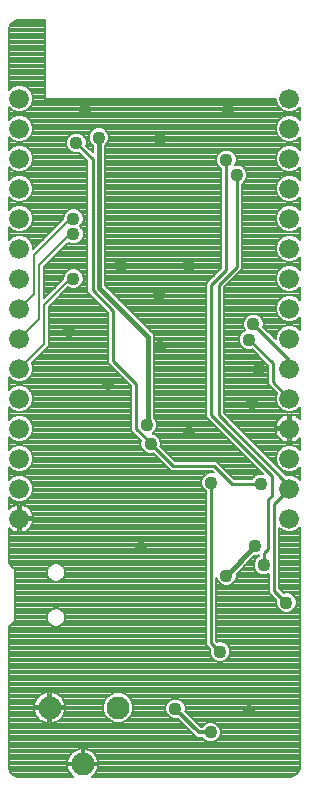
<source format=gbl>
G75*
%MOIN*%
%OFA0B0*%
%FSLAX25Y25*%
%IPPOS*%
%LPD*%
%AMOC8*
5,1,8,0,0,1.08239X$1,22.5*
%
%ADD10C,0.06600*%
%ADD11C,0.07677*%
%ADD12C,0.04362*%
%ADD13C,0.04165*%
%ADD14C,0.00800*%
%ADD15C,0.01600*%
%ADD16C,0.01000*%
%ADD17C,0.01200*%
D10*
X0026095Y0096400D03*
X0026095Y0106400D03*
X0026095Y0116400D03*
X0026095Y0126400D03*
X0026095Y0136400D03*
X0026095Y0146400D03*
X0026095Y0156400D03*
X0026095Y0166400D03*
X0026095Y0176400D03*
X0026095Y0186400D03*
X0026095Y0196400D03*
X0026095Y0206400D03*
X0026095Y0216400D03*
X0026095Y0226400D03*
X0026095Y0236400D03*
X0116095Y0236400D03*
X0116095Y0226400D03*
X0116095Y0216400D03*
X0116095Y0206400D03*
X0116095Y0196400D03*
X0116095Y0186400D03*
X0116095Y0176400D03*
X0116095Y0166400D03*
X0116095Y0156400D03*
X0116095Y0146400D03*
X0116095Y0136400D03*
X0116095Y0126400D03*
X0116095Y0116400D03*
X0116095Y0106400D03*
X0116095Y0096400D03*
D11*
X0059032Y0033400D03*
X0047221Y0014502D03*
X0036198Y0033400D03*
D12*
X0066495Y0086650D03*
X0069845Y0121400D03*
X0068595Y0127650D03*
X0072820Y0153550D03*
X0072595Y0170900D03*
X0082595Y0180900D03*
X0098595Y0210900D03*
X0095095Y0215900D03*
X0095595Y0232400D03*
X0073095Y0222900D03*
X0052595Y0223400D03*
X0048095Y0232400D03*
X0045095Y0221585D03*
X0044095Y0196400D03*
X0044095Y0191238D03*
X0044095Y0176400D03*
X0042595Y0158900D03*
X0060095Y0180900D03*
X0082745Y0124775D03*
X0090095Y0108400D03*
X0103595Y0134900D03*
X0105995Y0145900D03*
X0102595Y0156062D03*
X0104114Y0161224D03*
X0106595Y0107900D03*
X0104696Y0087400D03*
X0107595Y0080900D03*
X0115095Y0068400D03*
X0095095Y0077400D03*
X0092970Y0052025D03*
X0089845Y0025150D03*
X0078114Y0033006D03*
D13*
X0102595Y0032400D03*
X0055545Y0141400D03*
D14*
X0022564Y0013198D02*
X0023102Y0011900D01*
X0024095Y0010907D01*
X0025393Y0010369D01*
X0026095Y0010300D01*
X0044093Y0010300D01*
X0043808Y0010507D01*
X0043225Y0011090D01*
X0042741Y0011757D01*
X0042366Y0012491D01*
X0042112Y0013276D01*
X0041983Y0014090D01*
X0041983Y0014102D01*
X0046821Y0014102D01*
X0046821Y0014902D01*
X0041983Y0014902D01*
X0041983Y0014915D01*
X0042112Y0015729D01*
X0042366Y0016513D01*
X0042741Y0017248D01*
X0043225Y0017915D01*
X0043808Y0018498D01*
X0044476Y0018983D01*
X0045210Y0019357D01*
X0045994Y0019612D01*
X0046809Y0019741D01*
X0046821Y0019741D01*
X0046821Y0014902D01*
X0047621Y0014902D01*
X0052460Y0014902D01*
X0052460Y0014915D01*
X0052331Y0015729D01*
X0052076Y0016513D01*
X0051702Y0017248D01*
X0051217Y0017915D01*
X0050634Y0018498D01*
X0049967Y0018983D01*
X0049232Y0019357D01*
X0048448Y0019612D01*
X0047633Y0019741D01*
X0047621Y0019741D01*
X0047621Y0014902D01*
X0047621Y0014102D01*
X0052460Y0014102D01*
X0052460Y0014090D01*
X0052331Y0013276D01*
X0052076Y0012491D01*
X0051702Y0011757D01*
X0051217Y0011090D01*
X0050634Y0010507D01*
X0050349Y0010300D01*
X0116095Y0010300D01*
X0116797Y0010369D01*
X0118095Y0010907D01*
X0119088Y0011900D01*
X0119626Y0013198D01*
X0119695Y0013900D01*
X0119695Y0093636D01*
X0118644Y0092585D01*
X0116990Y0091900D01*
X0115200Y0091900D01*
X0113546Y0092585D01*
X0112795Y0093336D01*
X0112795Y0073104D01*
X0114207Y0071692D01*
X0114423Y0071781D01*
X0115768Y0071781D01*
X0117010Y0071266D01*
X0117961Y0070315D01*
X0118476Y0069073D01*
X0118476Y0067727D01*
X0117961Y0066485D01*
X0117010Y0065534D01*
X0115768Y0065019D01*
X0114423Y0065019D01*
X0113180Y0065534D01*
X0112229Y0066485D01*
X0111714Y0067727D01*
X0111714Y0069073D01*
X0111803Y0069288D01*
X0110391Y0070700D01*
X0109395Y0071696D01*
X0109395Y0077986D01*
X0108268Y0077519D01*
X0106923Y0077519D01*
X0105680Y0078034D01*
X0104729Y0078985D01*
X0104214Y0080227D01*
X0104214Y0081573D01*
X0104729Y0082815D01*
X0105680Y0083766D01*
X0105895Y0083855D01*
X0105895Y0084237D01*
X0105369Y0084019D01*
X0104223Y0084019D01*
X0098476Y0078034D01*
X0098476Y0076727D01*
X0097961Y0075485D01*
X0097010Y0074534D01*
X0095768Y0074019D01*
X0094423Y0074019D01*
X0093180Y0074534D01*
X0092229Y0075485D01*
X0091795Y0076532D01*
X0091795Y0055604D01*
X0092082Y0055317D01*
X0092298Y0055406D01*
X0093643Y0055406D01*
X0094885Y0054891D01*
X0095836Y0053940D01*
X0096351Y0052698D01*
X0096351Y0051352D01*
X0095836Y0050110D01*
X0094885Y0049159D01*
X0093643Y0048644D01*
X0092298Y0048644D01*
X0091055Y0049159D01*
X0090104Y0050110D01*
X0089589Y0051352D01*
X0089589Y0052698D01*
X0089678Y0052913D01*
X0089391Y0053200D01*
X0088395Y0054196D01*
X0088395Y0105444D01*
X0088180Y0105534D01*
X0087229Y0106485D01*
X0086714Y0107727D01*
X0086714Y0109073D01*
X0087229Y0110315D01*
X0088180Y0111266D01*
X0089423Y0111781D01*
X0090768Y0111781D01*
X0090840Y0111751D01*
X0090391Y0112200D01*
X0076641Y0112200D01*
X0075645Y0113196D01*
X0070733Y0118108D01*
X0070518Y0118019D01*
X0069173Y0118019D01*
X0067930Y0118534D01*
X0066979Y0119485D01*
X0066464Y0120727D01*
X0066464Y0122073D01*
X0066576Y0122342D01*
X0064410Y0124508D01*
X0063414Y0125504D01*
X0063414Y0140427D01*
X0056641Y0147200D01*
X0055645Y0148196D01*
X0055645Y0164976D01*
X0049791Y0170830D01*
X0048795Y0171826D01*
X0048795Y0215481D01*
X0045983Y0218293D01*
X0045768Y0218204D01*
X0044423Y0218204D01*
X0043180Y0218719D01*
X0042229Y0219670D01*
X0041714Y0220912D01*
X0041714Y0222258D01*
X0042229Y0223500D01*
X0043180Y0224451D01*
X0044423Y0224966D01*
X0045768Y0224966D01*
X0047010Y0224451D01*
X0047961Y0223500D01*
X0048476Y0222258D01*
X0048476Y0220912D01*
X0048387Y0220697D01*
X0050595Y0218489D01*
X0050595Y0220618D01*
X0049729Y0221485D01*
X0049214Y0222727D01*
X0049214Y0224073D01*
X0049729Y0225315D01*
X0050680Y0226266D01*
X0051923Y0226781D01*
X0053268Y0226781D01*
X0054510Y0226266D01*
X0055461Y0225315D01*
X0055976Y0224073D01*
X0055976Y0222727D01*
X0055461Y0221485D01*
X0054595Y0220618D01*
X0054595Y0174228D01*
X0069867Y0158956D01*
X0071039Y0157785D01*
X0071039Y0129988D01*
X0071461Y0129565D01*
X0071976Y0128323D01*
X0071976Y0126977D01*
X0071461Y0125735D01*
X0070510Y0124784D01*
X0070504Y0124781D01*
X0070518Y0124781D01*
X0071760Y0124266D01*
X0072711Y0123315D01*
X0073226Y0122073D01*
X0073226Y0120727D01*
X0073137Y0120512D01*
X0078049Y0115600D01*
X0091799Y0115600D01*
X0092795Y0114604D01*
X0097799Y0109600D01*
X0103640Y0109600D01*
X0103729Y0109815D01*
X0104680Y0110766D01*
X0105923Y0111281D01*
X0107264Y0111281D01*
X0088395Y0130150D01*
X0088395Y0174904D01*
X0093414Y0179923D01*
X0093414Y0212937D01*
X0093180Y0213034D01*
X0092229Y0213985D01*
X0091714Y0215227D01*
X0091714Y0216573D01*
X0092229Y0217815D01*
X0093180Y0218766D01*
X0094423Y0219281D01*
X0095768Y0219281D01*
X0097010Y0218766D01*
X0097961Y0217815D01*
X0098476Y0216573D01*
X0098476Y0215227D01*
X0098084Y0214281D01*
X0099268Y0214281D01*
X0100510Y0213766D01*
X0101461Y0212815D01*
X0101976Y0211573D01*
X0101976Y0210227D01*
X0101461Y0208985D01*
X0100510Y0208034D01*
X0100295Y0207944D01*
X0100295Y0179450D01*
X0099299Y0178454D01*
X0094295Y0173450D01*
X0094295Y0131604D01*
X0115058Y0110841D01*
X0115200Y0110900D01*
X0116990Y0110900D01*
X0118644Y0110215D01*
X0119695Y0109164D01*
X0119695Y0113636D01*
X0118644Y0112585D01*
X0116990Y0111900D01*
X0115200Y0111900D01*
X0113546Y0112585D01*
X0112280Y0113851D01*
X0111595Y0115505D01*
X0111595Y0117295D01*
X0112280Y0118949D01*
X0113546Y0120215D01*
X0115200Y0120900D01*
X0116990Y0120900D01*
X0118644Y0120215D01*
X0119695Y0119164D01*
X0119695Y0123359D01*
X0119680Y0123338D01*
X0119157Y0122815D01*
X0118558Y0122380D01*
X0117899Y0122044D01*
X0117196Y0121816D01*
X0116495Y0121705D01*
X0116495Y0126000D01*
X0115695Y0126000D01*
X0111400Y0126000D01*
X0111511Y0125299D01*
X0111739Y0124596D01*
X0112075Y0123937D01*
X0112510Y0123338D01*
X0113033Y0122815D01*
X0113632Y0122380D01*
X0114291Y0122044D01*
X0114995Y0121816D01*
X0115695Y0121705D01*
X0115695Y0126000D01*
X0115695Y0126800D01*
X0111400Y0126800D01*
X0111511Y0127501D01*
X0111739Y0128204D01*
X0112075Y0128863D01*
X0112510Y0129462D01*
X0113033Y0129985D01*
X0113632Y0130420D01*
X0114291Y0130756D01*
X0114995Y0130984D01*
X0115695Y0131095D01*
X0115695Y0126800D01*
X0116495Y0126800D01*
X0116495Y0131095D01*
X0117196Y0130984D01*
X0117899Y0130756D01*
X0118558Y0130420D01*
X0119157Y0129985D01*
X0119680Y0129462D01*
X0119695Y0129441D01*
X0119695Y0133636D01*
X0118644Y0132585D01*
X0116990Y0131900D01*
X0115200Y0131900D01*
X0113546Y0132585D01*
X0112280Y0133851D01*
X0111595Y0135505D01*
X0111595Y0137295D01*
X0111947Y0138144D01*
X0109872Y0140219D01*
X0108876Y0141215D01*
X0108876Y0147377D01*
X0103483Y0152770D01*
X0103268Y0152681D01*
X0101923Y0152681D01*
X0100680Y0153196D01*
X0099729Y0154147D01*
X0099214Y0155390D01*
X0099214Y0156735D01*
X0099729Y0157977D01*
X0100680Y0158929D01*
X0101351Y0159206D01*
X0101248Y0159309D01*
X0100733Y0160552D01*
X0100733Y0161897D01*
X0101248Y0163140D01*
X0102199Y0164091D01*
X0103441Y0164605D01*
X0104787Y0164605D01*
X0106029Y0164091D01*
X0106980Y0163140D01*
X0107495Y0161897D01*
X0107495Y0160552D01*
X0107406Y0160337D01*
X0111595Y0156147D01*
X0111595Y0157295D01*
X0112280Y0158949D01*
X0113546Y0160215D01*
X0115200Y0160900D01*
X0116990Y0160900D01*
X0118644Y0160215D01*
X0119695Y0159164D01*
X0119695Y0163636D01*
X0118644Y0162585D01*
X0116990Y0161900D01*
X0115200Y0161900D01*
X0113546Y0162585D01*
X0112280Y0163851D01*
X0111595Y0165505D01*
X0111595Y0167295D01*
X0112280Y0168949D01*
X0113546Y0170215D01*
X0115200Y0170900D01*
X0116990Y0170900D01*
X0118644Y0170215D01*
X0119695Y0169164D01*
X0119695Y0173636D01*
X0118644Y0172585D01*
X0116990Y0171900D01*
X0115200Y0171900D01*
X0113546Y0172585D01*
X0112280Y0173851D01*
X0111595Y0175505D01*
X0111595Y0177295D01*
X0112280Y0178949D01*
X0113546Y0180215D01*
X0115200Y0180900D01*
X0116990Y0180900D01*
X0118644Y0180215D01*
X0119695Y0179164D01*
X0119695Y0183636D01*
X0118644Y0182585D01*
X0116990Y0181900D01*
X0115200Y0181900D01*
X0113546Y0182585D01*
X0112280Y0183851D01*
X0111595Y0185505D01*
X0111595Y0187295D01*
X0112280Y0188949D01*
X0113546Y0190215D01*
X0115200Y0190900D01*
X0116990Y0190900D01*
X0118644Y0190215D01*
X0119695Y0189164D01*
X0119695Y0193636D01*
X0118644Y0192585D01*
X0116990Y0191900D01*
X0115200Y0191900D01*
X0113546Y0192585D01*
X0112280Y0193851D01*
X0111595Y0195505D01*
X0111595Y0197295D01*
X0112280Y0198949D01*
X0113546Y0200215D01*
X0115200Y0200900D01*
X0116990Y0200900D01*
X0118644Y0200215D01*
X0119695Y0199164D01*
X0119695Y0203636D01*
X0118644Y0202585D01*
X0116990Y0201900D01*
X0115200Y0201900D01*
X0113546Y0202585D01*
X0112280Y0203851D01*
X0111595Y0205505D01*
X0111595Y0207295D01*
X0112280Y0208949D01*
X0113546Y0210215D01*
X0115200Y0210900D01*
X0116990Y0210900D01*
X0118644Y0210215D01*
X0119695Y0209164D01*
X0119695Y0213636D01*
X0118644Y0212585D01*
X0116990Y0211900D01*
X0115200Y0211900D01*
X0113546Y0212585D01*
X0112280Y0213851D01*
X0111595Y0215505D01*
X0111595Y0217295D01*
X0112280Y0218949D01*
X0113546Y0220215D01*
X0115200Y0220900D01*
X0116990Y0220900D01*
X0118644Y0220215D01*
X0119695Y0219164D01*
X0119695Y0223636D01*
X0118644Y0222585D01*
X0116990Y0221900D01*
X0115200Y0221900D01*
X0113546Y0222585D01*
X0112280Y0223851D01*
X0111595Y0225505D01*
X0111595Y0227295D01*
X0112280Y0228949D01*
X0113546Y0230215D01*
X0115200Y0230900D01*
X0116990Y0230900D01*
X0118644Y0230215D01*
X0119695Y0229164D01*
X0119695Y0233636D01*
X0118644Y0232585D01*
X0116990Y0231900D01*
X0115200Y0231900D01*
X0113546Y0232585D01*
X0112280Y0233851D01*
X0111595Y0235505D01*
X0111595Y0236400D01*
X0034695Y0236400D01*
X0034695Y0262500D01*
X0026095Y0262500D01*
X0025393Y0262431D01*
X0024095Y0261893D01*
X0023102Y0260900D01*
X0022564Y0259602D01*
X0022495Y0258900D01*
X0022495Y0239164D01*
X0023546Y0240215D01*
X0025200Y0240900D01*
X0026990Y0240900D01*
X0028644Y0240215D01*
X0029910Y0238949D01*
X0030595Y0237295D01*
X0030595Y0235505D01*
X0029910Y0233851D01*
X0028644Y0232585D01*
X0026990Y0231900D01*
X0025200Y0231900D01*
X0023546Y0232585D01*
X0022495Y0233636D01*
X0022495Y0229164D01*
X0023546Y0230215D01*
X0025200Y0230900D01*
X0026990Y0230900D01*
X0028644Y0230215D01*
X0029910Y0228949D01*
X0030595Y0227295D01*
X0030595Y0225505D01*
X0029910Y0223851D01*
X0028644Y0222585D01*
X0026990Y0221900D01*
X0025200Y0221900D01*
X0023546Y0222585D01*
X0022495Y0223636D01*
X0022495Y0219164D01*
X0023546Y0220215D01*
X0025200Y0220900D01*
X0026990Y0220900D01*
X0028644Y0220215D01*
X0029910Y0218949D01*
X0030595Y0217295D01*
X0030595Y0215505D01*
X0029910Y0213851D01*
X0028644Y0212585D01*
X0026990Y0211900D01*
X0025200Y0211900D01*
X0023546Y0212585D01*
X0022495Y0213636D01*
X0022495Y0209164D01*
X0023546Y0210215D01*
X0025200Y0210900D01*
X0026990Y0210900D01*
X0028644Y0210215D01*
X0029910Y0208949D01*
X0030595Y0207295D01*
X0030595Y0205505D01*
X0029910Y0203851D01*
X0028644Y0202585D01*
X0026990Y0201900D01*
X0025200Y0201900D01*
X0023546Y0202585D01*
X0022495Y0203636D01*
X0022495Y0199164D01*
X0023546Y0200215D01*
X0025200Y0200900D01*
X0026990Y0200900D01*
X0028644Y0200215D01*
X0029910Y0198949D01*
X0030595Y0197295D01*
X0030595Y0195505D01*
X0029910Y0193851D01*
X0028644Y0192585D01*
X0026990Y0191900D01*
X0025200Y0191900D01*
X0023546Y0192585D01*
X0022495Y0193636D01*
X0022495Y0189164D01*
X0023546Y0190215D01*
X0025200Y0190900D01*
X0026990Y0190900D01*
X0028644Y0190215D01*
X0029910Y0188949D01*
X0030595Y0187295D01*
X0030595Y0186147D01*
X0040714Y0196266D01*
X0040714Y0197073D01*
X0041229Y0198315D01*
X0042180Y0199266D01*
X0043423Y0199781D01*
X0044768Y0199781D01*
X0046010Y0199266D01*
X0046961Y0198315D01*
X0047476Y0197073D01*
X0047476Y0195727D01*
X0046961Y0194485D01*
X0046296Y0193819D01*
X0046961Y0193153D01*
X0047476Y0191910D01*
X0047476Y0190565D01*
X0046961Y0189323D01*
X0046010Y0188371D01*
X0044768Y0187857D01*
X0043423Y0187857D01*
X0042400Y0188280D01*
X0034295Y0180175D01*
X0034295Y0169863D01*
X0040714Y0176282D01*
X0040714Y0177073D01*
X0041229Y0178315D01*
X0042180Y0179266D01*
X0043423Y0179781D01*
X0044768Y0179781D01*
X0046010Y0179266D01*
X0046961Y0178315D01*
X0047476Y0177073D01*
X0047476Y0175727D01*
X0046961Y0174485D01*
X0046010Y0173534D01*
X0044768Y0173019D01*
X0043423Y0173019D01*
X0042400Y0173442D01*
X0035895Y0166937D01*
X0035895Y0153937D01*
X0030202Y0148244D01*
X0030595Y0147295D01*
X0030595Y0145505D01*
X0029910Y0143851D01*
X0028644Y0142585D01*
X0026990Y0141900D01*
X0025200Y0141900D01*
X0023546Y0142585D01*
X0022495Y0143636D01*
X0022495Y0139164D01*
X0023546Y0140215D01*
X0025200Y0140900D01*
X0026990Y0140900D01*
X0028644Y0140215D01*
X0029910Y0138949D01*
X0030595Y0137295D01*
X0030595Y0135505D01*
X0029910Y0133851D01*
X0028644Y0132585D01*
X0026990Y0131900D01*
X0025200Y0131900D01*
X0023546Y0132585D01*
X0022495Y0133636D01*
X0022495Y0129164D01*
X0023546Y0130215D01*
X0025200Y0130900D01*
X0026990Y0130900D01*
X0028644Y0130215D01*
X0029910Y0128949D01*
X0030595Y0127295D01*
X0030595Y0125505D01*
X0029910Y0123851D01*
X0028644Y0122585D01*
X0026990Y0121900D01*
X0025200Y0121900D01*
X0023546Y0122585D01*
X0022495Y0123636D01*
X0022495Y0119164D01*
X0023546Y0120215D01*
X0025200Y0120900D01*
X0026990Y0120900D01*
X0028644Y0120215D01*
X0029910Y0118949D01*
X0030595Y0117295D01*
X0030595Y0115505D01*
X0029910Y0113851D01*
X0028644Y0112585D01*
X0026990Y0111900D01*
X0025200Y0111900D01*
X0023546Y0112585D01*
X0022495Y0113636D01*
X0022495Y0109164D01*
X0023546Y0110215D01*
X0025200Y0110900D01*
X0026990Y0110900D01*
X0028644Y0110215D01*
X0029910Y0108949D01*
X0030595Y0107295D01*
X0030595Y0105505D01*
X0029910Y0103851D01*
X0028644Y0102585D01*
X0026990Y0101900D01*
X0025200Y0101900D01*
X0023546Y0102585D01*
X0022495Y0103636D01*
X0022495Y0099441D01*
X0022510Y0099462D01*
X0023033Y0099985D01*
X0023632Y0100420D01*
X0024291Y0100756D01*
X0024995Y0100984D01*
X0025695Y0101095D01*
X0025695Y0096800D01*
X0026495Y0096800D01*
X0026495Y0101095D01*
X0027196Y0100984D01*
X0027899Y0100756D01*
X0028558Y0100420D01*
X0029157Y0099985D01*
X0029680Y0099462D01*
X0030115Y0098863D01*
X0030451Y0098204D01*
X0030679Y0097501D01*
X0030790Y0096800D01*
X0026495Y0096800D01*
X0026495Y0096000D01*
X0026495Y0091705D01*
X0027196Y0091816D01*
X0027899Y0092044D01*
X0028558Y0092380D01*
X0029157Y0092815D01*
X0029680Y0093338D01*
X0030115Y0093937D01*
X0030451Y0094596D01*
X0030679Y0095299D01*
X0030790Y0096000D01*
X0026495Y0096000D01*
X0025695Y0096000D01*
X0025695Y0091705D01*
X0024995Y0091816D01*
X0024291Y0092044D01*
X0023632Y0092380D01*
X0023033Y0092815D01*
X0022510Y0093338D01*
X0022495Y0093359D01*
X0022495Y0081480D01*
X0023675Y0080300D01*
X0023675Y0080300D01*
X0024495Y0079480D01*
X0024495Y0062320D01*
X0022495Y0060320D01*
X0022495Y0013900D01*
X0022564Y0013198D01*
X0022691Y0012893D02*
X0042236Y0012893D01*
X0042046Y0013691D02*
X0022516Y0013691D01*
X0022495Y0014490D02*
X0046821Y0014490D01*
X0046821Y0015288D02*
X0047621Y0015288D01*
X0047621Y0014490D02*
X0119695Y0014490D01*
X0119695Y0015288D02*
X0052401Y0015288D01*
X0052215Y0016087D02*
X0119695Y0016087D01*
X0119695Y0016885D02*
X0051886Y0016885D01*
X0051385Y0017684D02*
X0119695Y0017684D01*
X0119695Y0018482D02*
X0050650Y0018482D01*
X0049382Y0019281D02*
X0119695Y0019281D01*
X0119695Y0020079D02*
X0022495Y0020079D01*
X0022495Y0019281D02*
X0045060Y0019281D01*
X0043792Y0018482D02*
X0022495Y0018482D01*
X0022495Y0017684D02*
X0043057Y0017684D01*
X0042556Y0016885D02*
X0022495Y0016885D01*
X0022495Y0016087D02*
X0042228Y0016087D01*
X0042042Y0015288D02*
X0022495Y0015288D01*
X0023021Y0012094D02*
X0042569Y0012094D01*
X0043076Y0011296D02*
X0023706Y0011296D01*
X0025084Y0010497D02*
X0043822Y0010497D01*
X0046821Y0016087D02*
X0047621Y0016087D01*
X0047621Y0016885D02*
X0046821Y0016885D01*
X0046821Y0017684D02*
X0047621Y0017684D01*
X0047621Y0018482D02*
X0046821Y0018482D01*
X0046821Y0019281D02*
X0047621Y0019281D01*
X0052396Y0013691D02*
X0119675Y0013691D01*
X0119500Y0012893D02*
X0052206Y0012893D01*
X0051873Y0012094D02*
X0119169Y0012094D01*
X0118484Y0011296D02*
X0051366Y0011296D01*
X0050621Y0010497D02*
X0117106Y0010497D01*
X0119695Y0020878D02*
X0022495Y0020878D01*
X0022495Y0021676D02*
X0119695Y0021676D01*
X0119695Y0022475D02*
X0091951Y0022475D01*
X0091760Y0022284D02*
X0092711Y0023235D01*
X0093226Y0024477D01*
X0093226Y0025823D01*
X0092711Y0027065D01*
X0091760Y0028016D01*
X0090518Y0028531D01*
X0089173Y0028531D01*
X0087930Y0028016D01*
X0086979Y0027065D01*
X0086931Y0026950D01*
X0086716Y0026950D01*
X0081447Y0032218D01*
X0081495Y0032334D01*
X0081495Y0033679D01*
X0080980Y0034921D01*
X0080029Y0035872D01*
X0078787Y0036387D01*
X0077441Y0036387D01*
X0076199Y0035872D01*
X0075248Y0034921D01*
X0074733Y0033679D01*
X0074733Y0032334D01*
X0075248Y0031091D01*
X0076199Y0030140D01*
X0077441Y0029625D01*
X0078787Y0029625D01*
X0078902Y0029673D01*
X0084170Y0024404D01*
X0085225Y0023350D01*
X0086931Y0023350D01*
X0086979Y0023235D01*
X0087930Y0022284D01*
X0089173Y0021769D01*
X0090518Y0021769D01*
X0091760Y0022284D01*
X0092727Y0023273D02*
X0119695Y0023273D01*
X0119695Y0024072D02*
X0093058Y0024072D01*
X0093226Y0024870D02*
X0119695Y0024870D01*
X0119695Y0025669D02*
X0093226Y0025669D01*
X0092959Y0026467D02*
X0119695Y0026467D01*
X0119695Y0027266D02*
X0092511Y0027266D01*
X0091645Y0028064D02*
X0119695Y0028064D01*
X0119695Y0028863D02*
X0084803Y0028863D01*
X0084004Y0029661D02*
X0119695Y0029661D01*
X0119695Y0030460D02*
X0083206Y0030460D01*
X0082407Y0031258D02*
X0119695Y0031258D01*
X0119695Y0032057D02*
X0081609Y0032057D01*
X0081495Y0032855D02*
X0119695Y0032855D01*
X0119695Y0033654D02*
X0081495Y0033654D01*
X0081175Y0034452D02*
X0119695Y0034452D01*
X0119695Y0035251D02*
X0080651Y0035251D01*
X0079602Y0036049D02*
X0119695Y0036049D01*
X0119695Y0036848D02*
X0062710Y0036848D01*
X0063304Y0036254D02*
X0061886Y0037671D01*
X0060034Y0038439D01*
X0058030Y0038439D01*
X0056178Y0037671D01*
X0054761Y0036254D01*
X0053994Y0034402D01*
X0053994Y0032398D01*
X0054761Y0030546D01*
X0056178Y0029128D01*
X0058030Y0028361D01*
X0060034Y0028361D01*
X0061886Y0029128D01*
X0063304Y0030546D01*
X0064071Y0032398D01*
X0064071Y0034402D01*
X0063304Y0036254D01*
X0063388Y0036049D02*
X0076626Y0036049D01*
X0075577Y0035251D02*
X0063719Y0035251D01*
X0064050Y0034452D02*
X0075053Y0034452D01*
X0074733Y0033654D02*
X0064071Y0033654D01*
X0064071Y0032855D02*
X0074733Y0032855D01*
X0074848Y0032057D02*
X0063930Y0032057D01*
X0063599Y0031258D02*
X0075178Y0031258D01*
X0075879Y0030460D02*
X0063218Y0030460D01*
X0062419Y0029661D02*
X0077354Y0029661D01*
X0078874Y0029661D02*
X0078913Y0029661D01*
X0079712Y0028863D02*
X0061245Y0028863D01*
X0056819Y0028863D02*
X0038832Y0028863D01*
X0038943Y0028920D02*
X0039610Y0029404D01*
X0040193Y0029987D01*
X0040678Y0030654D01*
X0041052Y0031389D01*
X0041307Y0032173D01*
X0041436Y0032988D01*
X0041436Y0033000D01*
X0036598Y0033000D01*
X0036598Y0033800D01*
X0041436Y0033800D01*
X0041436Y0033812D01*
X0041307Y0034627D01*
X0041052Y0035411D01*
X0040678Y0036146D01*
X0040193Y0036813D01*
X0039610Y0037396D01*
X0038943Y0037880D01*
X0038208Y0038255D01*
X0037424Y0038510D01*
X0036610Y0038639D01*
X0036597Y0038639D01*
X0036597Y0033800D01*
X0035798Y0033800D01*
X0035798Y0038639D01*
X0035785Y0038639D01*
X0034971Y0038510D01*
X0034187Y0038255D01*
X0033452Y0037880D01*
X0032785Y0037396D01*
X0032202Y0036813D01*
X0031717Y0036146D01*
X0031343Y0035411D01*
X0031088Y0034627D01*
X0030959Y0033812D01*
X0030959Y0033800D01*
X0035797Y0033800D01*
X0035797Y0033000D01*
X0030959Y0033000D01*
X0030959Y0032988D01*
X0031088Y0032173D01*
X0031343Y0031389D01*
X0031717Y0030654D01*
X0032202Y0029987D01*
X0032785Y0029404D01*
X0033452Y0028920D01*
X0034187Y0028545D01*
X0034971Y0028290D01*
X0035785Y0028161D01*
X0035798Y0028161D01*
X0035798Y0033000D01*
X0036597Y0033000D01*
X0036597Y0028161D01*
X0036610Y0028161D01*
X0037424Y0028290D01*
X0038208Y0028545D01*
X0038943Y0028920D01*
X0039867Y0029661D02*
X0055645Y0029661D01*
X0054847Y0030460D02*
X0040537Y0030460D01*
X0040986Y0031258D02*
X0054466Y0031258D01*
X0054135Y0032057D02*
X0041269Y0032057D01*
X0041415Y0032855D02*
X0053994Y0032855D01*
X0053994Y0033654D02*
X0036598Y0033654D01*
X0036597Y0034452D02*
X0035798Y0034452D01*
X0035797Y0033654D02*
X0022495Y0033654D01*
X0022495Y0034452D02*
X0031060Y0034452D01*
X0031291Y0035251D02*
X0022495Y0035251D01*
X0022495Y0036049D02*
X0031668Y0036049D01*
X0032237Y0036848D02*
X0022495Y0036848D01*
X0022495Y0037646D02*
X0033130Y0037646D01*
X0034772Y0038445D02*
X0022495Y0038445D01*
X0022495Y0039243D02*
X0119695Y0039243D01*
X0119695Y0038445D02*
X0037623Y0038445D01*
X0036597Y0038445D02*
X0035798Y0038445D01*
X0035798Y0037646D02*
X0036597Y0037646D01*
X0036597Y0036848D02*
X0035798Y0036848D01*
X0035798Y0036049D02*
X0036597Y0036049D01*
X0036597Y0035251D02*
X0035798Y0035251D01*
X0035798Y0032855D02*
X0036597Y0032855D01*
X0036597Y0032057D02*
X0035798Y0032057D01*
X0035798Y0031258D02*
X0036597Y0031258D01*
X0036597Y0030460D02*
X0035798Y0030460D01*
X0035798Y0029661D02*
X0036597Y0029661D01*
X0036597Y0028863D02*
X0035798Y0028863D01*
X0033563Y0028863D02*
X0022495Y0028863D01*
X0022495Y0029661D02*
X0032528Y0029661D01*
X0031858Y0030460D02*
X0022495Y0030460D01*
X0022495Y0031258D02*
X0031409Y0031258D01*
X0031126Y0032057D02*
X0022495Y0032057D01*
X0022495Y0032855D02*
X0030980Y0032855D01*
X0039265Y0037646D02*
X0056153Y0037646D01*
X0055354Y0036848D02*
X0040158Y0036848D01*
X0040727Y0036049D02*
X0054676Y0036049D01*
X0054345Y0035251D02*
X0041104Y0035251D01*
X0041335Y0034452D02*
X0054014Y0034452D01*
X0061911Y0037646D02*
X0119695Y0037646D01*
X0119695Y0040042D02*
X0022495Y0040042D01*
X0022495Y0040840D02*
X0119695Y0040840D01*
X0119695Y0041639D02*
X0022495Y0041639D01*
X0022495Y0042437D02*
X0119695Y0042437D01*
X0119695Y0043236D02*
X0022495Y0043236D01*
X0022495Y0044034D02*
X0119695Y0044034D01*
X0119695Y0044833D02*
X0022495Y0044833D01*
X0022495Y0045632D02*
X0119695Y0045632D01*
X0119695Y0046430D02*
X0022495Y0046430D01*
X0022495Y0047229D02*
X0119695Y0047229D01*
X0119695Y0048027D02*
X0022495Y0048027D01*
X0022495Y0048826D02*
X0091859Y0048826D01*
X0090589Y0049624D02*
X0022495Y0049624D01*
X0022495Y0050423D02*
X0089974Y0050423D01*
X0089643Y0051221D02*
X0022495Y0051221D01*
X0022495Y0052020D02*
X0089589Y0052020D01*
X0089639Y0052818D02*
X0022495Y0052818D01*
X0022495Y0053617D02*
X0088974Y0053617D01*
X0088395Y0054415D02*
X0022495Y0054415D01*
X0022495Y0055214D02*
X0088395Y0055214D01*
X0088395Y0056012D02*
X0022495Y0056012D01*
X0022495Y0056811D02*
X0088395Y0056811D01*
X0088395Y0057609D02*
X0022495Y0057609D01*
X0022495Y0058408D02*
X0088395Y0058408D01*
X0088395Y0059206D02*
X0022495Y0059206D01*
X0022495Y0060005D02*
X0088395Y0060005D01*
X0088395Y0060803D02*
X0040071Y0060803D01*
X0040097Y0060814D02*
X0040962Y0061679D01*
X0041430Y0062808D01*
X0041430Y0064031D01*
X0040962Y0065161D01*
X0040097Y0066025D01*
X0038968Y0066493D01*
X0037745Y0066493D01*
X0036616Y0066025D01*
X0035751Y0065161D01*
X0035283Y0064031D01*
X0035283Y0062808D01*
X0035751Y0061679D01*
X0036616Y0060814D01*
X0037745Y0060346D01*
X0038968Y0060346D01*
X0040097Y0060814D01*
X0040885Y0061602D02*
X0088395Y0061602D01*
X0088395Y0062400D02*
X0041261Y0062400D01*
X0041430Y0063199D02*
X0088395Y0063199D01*
X0088395Y0063997D02*
X0041430Y0063997D01*
X0041113Y0064796D02*
X0088395Y0064796D01*
X0088395Y0065594D02*
X0040528Y0065594D01*
X0039209Y0066393D02*
X0088395Y0066393D01*
X0088395Y0067191D02*
X0024495Y0067191D01*
X0024495Y0066393D02*
X0037504Y0066393D01*
X0036185Y0065594D02*
X0024495Y0065594D01*
X0024495Y0064796D02*
X0035600Y0064796D01*
X0035283Y0063997D02*
X0024495Y0063997D01*
X0024495Y0063199D02*
X0035283Y0063199D01*
X0035452Y0062400D02*
X0024495Y0062400D01*
X0023777Y0061602D02*
X0035828Y0061602D01*
X0036642Y0060803D02*
X0022978Y0060803D01*
X0024495Y0067990D02*
X0088395Y0067990D01*
X0088395Y0068788D02*
X0024495Y0068788D01*
X0024495Y0069587D02*
X0088395Y0069587D01*
X0088395Y0070385D02*
X0024495Y0070385D01*
X0024495Y0071184D02*
X0088395Y0071184D01*
X0088395Y0071982D02*
X0024495Y0071982D01*
X0024495Y0072781D02*
X0088395Y0072781D01*
X0088395Y0073579D02*
X0024495Y0073579D01*
X0024495Y0074378D02*
X0088395Y0074378D01*
X0088395Y0075176D02*
X0024495Y0075176D01*
X0024495Y0075975D02*
X0036416Y0075975D01*
X0036616Y0075775D02*
X0037745Y0075307D01*
X0038968Y0075307D01*
X0040097Y0075775D01*
X0040962Y0076639D01*
X0041430Y0077769D01*
X0041430Y0078992D01*
X0040962Y0080121D01*
X0040097Y0080986D01*
X0038968Y0081454D01*
X0037745Y0081454D01*
X0036616Y0080986D01*
X0035751Y0080121D01*
X0035283Y0078992D01*
X0035283Y0077769D01*
X0035751Y0076639D01*
X0036616Y0075775D01*
X0035696Y0076773D02*
X0024495Y0076773D01*
X0024495Y0077572D02*
X0035365Y0077572D01*
X0035283Y0078370D02*
X0024495Y0078370D01*
X0024495Y0079169D02*
X0035357Y0079169D01*
X0035688Y0079968D02*
X0024008Y0079968D01*
X0023209Y0080766D02*
X0036396Y0080766D01*
X0040317Y0080766D02*
X0088395Y0080766D01*
X0088395Y0079968D02*
X0041026Y0079968D01*
X0041356Y0079169D02*
X0088395Y0079169D01*
X0088395Y0078370D02*
X0041430Y0078370D01*
X0041348Y0077572D02*
X0088395Y0077572D01*
X0088395Y0076773D02*
X0041017Y0076773D01*
X0040297Y0075975D02*
X0088395Y0075975D01*
X0091795Y0075975D02*
X0092026Y0075975D01*
X0091795Y0075176D02*
X0092537Y0075176D01*
X0091795Y0074378D02*
X0093556Y0074378D01*
X0091795Y0073579D02*
X0109395Y0073579D01*
X0109395Y0072781D02*
X0091795Y0072781D01*
X0091795Y0071982D02*
X0109395Y0071982D01*
X0109907Y0071184D02*
X0091795Y0071184D01*
X0091795Y0070385D02*
X0110706Y0070385D01*
X0111504Y0069587D02*
X0091795Y0069587D01*
X0091795Y0068788D02*
X0111714Y0068788D01*
X0111714Y0067990D02*
X0091795Y0067990D01*
X0091795Y0067191D02*
X0111936Y0067191D01*
X0112321Y0066393D02*
X0091795Y0066393D01*
X0091795Y0065594D02*
X0113119Y0065594D01*
X0117071Y0065594D02*
X0119695Y0065594D01*
X0119695Y0064796D02*
X0091795Y0064796D01*
X0091795Y0063997D02*
X0119695Y0063997D01*
X0119695Y0063199D02*
X0091795Y0063199D01*
X0091795Y0062400D02*
X0119695Y0062400D01*
X0119695Y0061602D02*
X0091795Y0061602D01*
X0091795Y0060803D02*
X0119695Y0060803D01*
X0119695Y0060005D02*
X0091795Y0060005D01*
X0091795Y0059206D02*
X0119695Y0059206D01*
X0119695Y0058408D02*
X0091795Y0058408D01*
X0091795Y0057609D02*
X0119695Y0057609D01*
X0119695Y0056811D02*
X0091795Y0056811D01*
X0091795Y0056012D02*
X0119695Y0056012D01*
X0119695Y0055214D02*
X0094107Y0055214D01*
X0095362Y0054415D02*
X0119695Y0054415D01*
X0119695Y0053617D02*
X0095971Y0053617D01*
X0096301Y0052818D02*
X0119695Y0052818D01*
X0119695Y0052020D02*
X0096351Y0052020D01*
X0096297Y0051221D02*
X0119695Y0051221D01*
X0119695Y0050423D02*
X0095966Y0050423D01*
X0095351Y0049624D02*
X0119695Y0049624D01*
X0119695Y0048826D02*
X0094081Y0048826D01*
X0088046Y0028064D02*
X0085601Y0028064D01*
X0086400Y0027266D02*
X0087179Y0027266D01*
X0086963Y0023273D02*
X0022495Y0023273D01*
X0022495Y0022475D02*
X0087739Y0022475D01*
X0084503Y0024072D02*
X0022495Y0024072D01*
X0022495Y0024870D02*
X0083704Y0024870D01*
X0082906Y0025669D02*
X0022495Y0025669D01*
X0022495Y0026467D02*
X0082107Y0026467D01*
X0081309Y0027266D02*
X0022495Y0027266D01*
X0022495Y0028064D02*
X0080510Y0028064D01*
X0096634Y0074378D02*
X0109395Y0074378D01*
X0109395Y0075176D02*
X0097653Y0075176D01*
X0098165Y0075975D02*
X0109395Y0075975D01*
X0109395Y0076773D02*
X0098476Y0076773D01*
X0098476Y0077572D02*
X0106794Y0077572D01*
X0108396Y0077572D02*
X0109395Y0077572D01*
X0112795Y0077572D02*
X0119695Y0077572D01*
X0119695Y0078370D02*
X0112795Y0078370D01*
X0112795Y0079169D02*
X0119695Y0079169D01*
X0119695Y0079968D02*
X0112795Y0079968D01*
X0112795Y0080766D02*
X0119695Y0080766D01*
X0119695Y0081565D02*
X0112795Y0081565D01*
X0112795Y0082363D02*
X0119695Y0082363D01*
X0119695Y0083162D02*
X0112795Y0083162D01*
X0112795Y0083960D02*
X0119695Y0083960D01*
X0119695Y0084759D02*
X0112795Y0084759D01*
X0112795Y0085557D02*
X0119695Y0085557D01*
X0119695Y0086356D02*
X0112795Y0086356D01*
X0112795Y0087154D02*
X0119695Y0087154D01*
X0119695Y0087953D02*
X0112795Y0087953D01*
X0112795Y0088751D02*
X0119695Y0088751D01*
X0119695Y0089550D02*
X0112795Y0089550D01*
X0112795Y0090348D02*
X0119695Y0090348D01*
X0119695Y0091147D02*
X0112795Y0091147D01*
X0112795Y0091945D02*
X0115091Y0091945D01*
X0117099Y0091945D02*
X0119695Y0091945D01*
X0119695Y0092744D02*
X0118803Y0092744D01*
X0119601Y0093542D02*
X0119695Y0093542D01*
X0113387Y0092744D02*
X0112795Y0092744D01*
X0105895Y0083960D02*
X0104166Y0083960D01*
X0103399Y0083162D02*
X0105075Y0083162D01*
X0104541Y0082363D02*
X0102633Y0082363D01*
X0101866Y0081565D02*
X0104214Y0081565D01*
X0104214Y0080766D02*
X0101099Y0080766D01*
X0100333Y0079968D02*
X0104322Y0079968D01*
X0104652Y0079169D02*
X0099566Y0079169D01*
X0098800Y0078370D02*
X0105343Y0078370D01*
X0112795Y0076773D02*
X0119695Y0076773D01*
X0119695Y0075975D02*
X0112795Y0075975D01*
X0112795Y0075176D02*
X0119695Y0075176D01*
X0119695Y0074378D02*
X0112795Y0074378D01*
X0112795Y0073579D02*
X0119695Y0073579D01*
X0119695Y0072781D02*
X0113118Y0072781D01*
X0113917Y0071982D02*
X0119695Y0071982D01*
X0119695Y0071184D02*
X0117093Y0071184D01*
X0117891Y0070385D02*
X0119695Y0070385D01*
X0119695Y0069587D02*
X0118263Y0069587D01*
X0118476Y0068788D02*
X0119695Y0068788D01*
X0119695Y0067990D02*
X0118476Y0067990D01*
X0118254Y0067191D02*
X0119695Y0067191D01*
X0119695Y0066393D02*
X0117870Y0066393D01*
X0119347Y0109512D02*
X0119695Y0109512D01*
X0119695Y0110311D02*
X0118412Y0110311D01*
X0119695Y0111109D02*
X0114790Y0111109D01*
X0115181Y0111908D02*
X0113991Y0111908D01*
X0113425Y0112706D02*
X0113193Y0112706D01*
X0112626Y0113505D02*
X0112394Y0113505D01*
X0112093Y0114303D02*
X0111596Y0114303D01*
X0111762Y0115102D02*
X0110797Y0115102D01*
X0109999Y0115901D02*
X0111595Y0115901D01*
X0111595Y0116699D02*
X0109200Y0116699D01*
X0108402Y0117498D02*
X0111679Y0117498D01*
X0112010Y0118296D02*
X0107603Y0118296D01*
X0106805Y0119095D02*
X0112426Y0119095D01*
X0113224Y0119893D02*
X0106006Y0119893D01*
X0105208Y0120692D02*
X0114697Y0120692D01*
X0113812Y0122289D02*
X0103611Y0122289D01*
X0102812Y0123087D02*
X0112761Y0123087D01*
X0112112Y0123886D02*
X0102014Y0123886D01*
X0101215Y0124684D02*
X0111711Y0124684D01*
X0111482Y0125483D02*
X0100417Y0125483D01*
X0099618Y0126281D02*
X0115695Y0126281D01*
X0115695Y0125483D02*
X0116495Y0125483D01*
X0116495Y0124684D02*
X0115695Y0124684D01*
X0115695Y0123886D02*
X0116495Y0123886D01*
X0116495Y0123087D02*
X0115695Y0123087D01*
X0115695Y0122289D02*
X0116495Y0122289D01*
X0118379Y0122289D02*
X0119695Y0122289D01*
X0119695Y0123087D02*
X0119429Y0123087D01*
X0119695Y0121490D02*
X0104409Y0121490D01*
X0101048Y0117498D02*
X0076152Y0117498D01*
X0075353Y0118296D02*
X0100249Y0118296D01*
X0099451Y0119095D02*
X0074555Y0119095D01*
X0073756Y0119893D02*
X0098652Y0119893D01*
X0097854Y0120692D02*
X0073211Y0120692D01*
X0073226Y0121490D02*
X0097055Y0121490D01*
X0096257Y0122289D02*
X0073137Y0122289D01*
X0072806Y0123087D02*
X0095458Y0123087D01*
X0094660Y0123886D02*
X0072141Y0123886D01*
X0070752Y0124684D02*
X0093861Y0124684D01*
X0093063Y0125483D02*
X0071209Y0125483D01*
X0071688Y0126281D02*
X0092264Y0126281D01*
X0091466Y0127080D02*
X0071976Y0127080D01*
X0071976Y0127878D02*
X0090667Y0127878D01*
X0089869Y0128677D02*
X0071830Y0128677D01*
X0071499Y0129475D02*
X0089070Y0129475D01*
X0088395Y0130274D02*
X0071039Y0130274D01*
X0071039Y0131072D02*
X0088395Y0131072D01*
X0088395Y0131871D02*
X0071039Y0131871D01*
X0071039Y0132669D02*
X0088395Y0132669D01*
X0088395Y0133468D02*
X0071039Y0133468D01*
X0071039Y0134266D02*
X0088395Y0134266D01*
X0088395Y0135065D02*
X0071039Y0135065D01*
X0071039Y0135863D02*
X0088395Y0135863D01*
X0088395Y0136662D02*
X0071039Y0136662D01*
X0071039Y0137460D02*
X0088395Y0137460D01*
X0088395Y0138259D02*
X0071039Y0138259D01*
X0071039Y0139057D02*
X0088395Y0139057D01*
X0088395Y0139856D02*
X0071039Y0139856D01*
X0071039Y0140654D02*
X0088395Y0140654D01*
X0088395Y0141453D02*
X0071039Y0141453D01*
X0071039Y0142251D02*
X0088395Y0142251D01*
X0088395Y0143050D02*
X0071039Y0143050D01*
X0071039Y0143848D02*
X0088395Y0143848D01*
X0088395Y0144647D02*
X0071039Y0144647D01*
X0071039Y0145445D02*
X0088395Y0145445D01*
X0088395Y0146244D02*
X0071039Y0146244D01*
X0071039Y0147042D02*
X0088395Y0147042D01*
X0088395Y0147841D02*
X0071039Y0147841D01*
X0071039Y0148639D02*
X0088395Y0148639D01*
X0088395Y0149438D02*
X0071039Y0149438D01*
X0071039Y0150237D02*
X0088395Y0150237D01*
X0088395Y0151035D02*
X0071039Y0151035D01*
X0071039Y0151834D02*
X0088395Y0151834D01*
X0088395Y0152632D02*
X0071039Y0152632D01*
X0071039Y0153431D02*
X0088395Y0153431D01*
X0088395Y0154229D02*
X0071039Y0154229D01*
X0071039Y0155028D02*
X0088395Y0155028D01*
X0088395Y0155826D02*
X0071039Y0155826D01*
X0071039Y0156625D02*
X0088395Y0156625D01*
X0088395Y0157423D02*
X0071039Y0157423D01*
X0070602Y0158222D02*
X0088395Y0158222D01*
X0088395Y0159020D02*
X0069803Y0159020D01*
X0069005Y0159819D02*
X0088395Y0159819D01*
X0088395Y0160617D02*
X0068206Y0160617D01*
X0067408Y0161416D02*
X0088395Y0161416D01*
X0088395Y0162214D02*
X0066609Y0162214D01*
X0065811Y0163013D02*
X0088395Y0163013D01*
X0088395Y0163811D02*
X0065012Y0163811D01*
X0064214Y0164610D02*
X0088395Y0164610D01*
X0088395Y0165408D02*
X0063415Y0165408D01*
X0062617Y0166207D02*
X0088395Y0166207D01*
X0088395Y0167005D02*
X0061818Y0167005D01*
X0061020Y0167804D02*
X0088395Y0167804D01*
X0088395Y0168602D02*
X0060221Y0168602D01*
X0059423Y0169401D02*
X0088395Y0169401D01*
X0088395Y0170199D02*
X0058624Y0170199D01*
X0057826Y0170998D02*
X0088395Y0170998D01*
X0088395Y0171796D02*
X0057027Y0171796D01*
X0056229Y0172595D02*
X0088395Y0172595D01*
X0088395Y0173393D02*
X0055430Y0173393D01*
X0054632Y0174192D02*
X0088395Y0174192D01*
X0088481Y0174990D02*
X0054595Y0174990D01*
X0054595Y0175789D02*
X0089280Y0175789D01*
X0090078Y0176587D02*
X0054595Y0176587D01*
X0054595Y0177386D02*
X0090877Y0177386D01*
X0091675Y0178184D02*
X0054595Y0178184D01*
X0054595Y0178983D02*
X0092474Y0178983D01*
X0093272Y0179781D02*
X0054595Y0179781D01*
X0054595Y0180580D02*
X0093414Y0180580D01*
X0093414Y0181378D02*
X0054595Y0181378D01*
X0054595Y0182177D02*
X0093414Y0182177D01*
X0093414Y0182975D02*
X0054595Y0182975D01*
X0054595Y0183774D02*
X0093414Y0183774D01*
X0093414Y0184572D02*
X0054595Y0184572D01*
X0054595Y0185371D02*
X0093414Y0185371D01*
X0093414Y0186170D02*
X0054595Y0186170D01*
X0054595Y0186968D02*
X0093414Y0186968D01*
X0093414Y0187767D02*
X0054595Y0187767D01*
X0054595Y0188565D02*
X0093414Y0188565D01*
X0093414Y0189364D02*
X0054595Y0189364D01*
X0054595Y0190162D02*
X0093414Y0190162D01*
X0093414Y0190961D02*
X0054595Y0190961D01*
X0054595Y0191759D02*
X0093414Y0191759D01*
X0093414Y0192558D02*
X0054595Y0192558D01*
X0054595Y0193356D02*
X0093414Y0193356D01*
X0093414Y0194155D02*
X0054595Y0194155D01*
X0054595Y0194953D02*
X0093414Y0194953D01*
X0093414Y0195752D02*
X0054595Y0195752D01*
X0054595Y0196550D02*
X0093414Y0196550D01*
X0093414Y0197349D02*
X0054595Y0197349D01*
X0054595Y0198147D02*
X0093414Y0198147D01*
X0093414Y0198946D02*
X0054595Y0198946D01*
X0054595Y0199744D02*
X0093414Y0199744D01*
X0093414Y0200543D02*
X0054595Y0200543D01*
X0054595Y0201341D02*
X0093414Y0201341D01*
X0093414Y0202140D02*
X0054595Y0202140D01*
X0054595Y0202938D02*
X0093414Y0202938D01*
X0093414Y0203737D02*
X0054595Y0203737D01*
X0054595Y0204535D02*
X0093414Y0204535D01*
X0093414Y0205334D02*
X0054595Y0205334D01*
X0054595Y0206132D02*
X0093414Y0206132D01*
X0093414Y0206931D02*
X0054595Y0206931D01*
X0054595Y0207729D02*
X0093414Y0207729D01*
X0093414Y0208528D02*
X0054595Y0208528D01*
X0054595Y0209326D02*
X0093414Y0209326D01*
X0093414Y0210125D02*
X0054595Y0210125D01*
X0054595Y0210923D02*
X0093414Y0210923D01*
X0093414Y0211722D02*
X0054595Y0211722D01*
X0054595Y0212520D02*
X0093414Y0212520D01*
X0092895Y0213319D02*
X0054595Y0213319D01*
X0054595Y0214117D02*
X0092174Y0214117D01*
X0091843Y0214916D02*
X0054595Y0214916D01*
X0054595Y0215714D02*
X0091714Y0215714D01*
X0091714Y0216513D02*
X0054595Y0216513D01*
X0054595Y0217311D02*
X0092020Y0217311D01*
X0092524Y0218110D02*
X0054595Y0218110D01*
X0054595Y0218908D02*
X0093523Y0218908D01*
X0096667Y0218908D02*
X0112263Y0218908D01*
X0111933Y0218110D02*
X0097667Y0218110D01*
X0098170Y0217311D02*
X0111602Y0217311D01*
X0111595Y0216513D02*
X0098476Y0216513D01*
X0098476Y0215714D02*
X0111595Y0215714D01*
X0111839Y0214916D02*
X0098347Y0214916D01*
X0099663Y0214117D02*
X0112170Y0214117D01*
X0112812Y0213319D02*
X0100958Y0213319D01*
X0101584Y0212520D02*
X0113702Y0212520D01*
X0113456Y0210125D02*
X0101934Y0210125D01*
X0101976Y0210923D02*
X0119695Y0210923D01*
X0119695Y0210125D02*
X0118734Y0210125D01*
X0119533Y0209326D02*
X0119695Y0209326D01*
X0119695Y0211722D02*
X0101914Y0211722D01*
X0101603Y0209326D02*
X0112658Y0209326D01*
X0112106Y0208528D02*
X0101005Y0208528D01*
X0100295Y0207729D02*
X0111775Y0207729D01*
X0111595Y0206931D02*
X0100295Y0206931D01*
X0100295Y0206132D02*
X0111595Y0206132D01*
X0111666Y0205334D02*
X0100295Y0205334D01*
X0100295Y0204535D02*
X0111997Y0204535D01*
X0112394Y0203737D02*
X0100295Y0203737D01*
X0100295Y0202938D02*
X0113193Y0202938D01*
X0114621Y0202140D02*
X0100295Y0202140D01*
X0100295Y0201341D02*
X0119695Y0201341D01*
X0119695Y0200543D02*
X0117853Y0200543D01*
X0119115Y0199744D02*
X0119695Y0199744D01*
X0119695Y0202140D02*
X0117569Y0202140D01*
X0118997Y0202938D02*
X0119695Y0202938D01*
X0119695Y0193356D02*
X0119415Y0193356D01*
X0119695Y0192558D02*
X0118578Y0192558D01*
X0119695Y0191759D02*
X0100295Y0191759D01*
X0100295Y0190961D02*
X0119695Y0190961D01*
X0119695Y0190162D02*
X0118697Y0190162D01*
X0119496Y0189364D02*
X0119695Y0189364D01*
X0119695Y0182975D02*
X0119035Y0182975D01*
X0119695Y0182177D02*
X0117659Y0182177D01*
X0117763Y0180580D02*
X0119695Y0180580D01*
X0119695Y0181378D02*
X0100295Y0181378D01*
X0100295Y0180580D02*
X0114427Y0180580D01*
X0113113Y0179781D02*
X0100295Y0179781D01*
X0099828Y0178983D02*
X0112314Y0178983D01*
X0111963Y0178184D02*
X0099029Y0178184D01*
X0098231Y0177386D02*
X0111633Y0177386D01*
X0111595Y0176587D02*
X0097432Y0176587D01*
X0096634Y0175789D02*
X0111595Y0175789D01*
X0111808Y0174990D02*
X0095835Y0174990D01*
X0095037Y0174192D02*
X0112139Y0174192D01*
X0112738Y0173393D02*
X0094295Y0173393D01*
X0094295Y0172595D02*
X0113536Y0172595D01*
X0113530Y0170199D02*
X0094295Y0170199D01*
X0094295Y0169401D02*
X0112732Y0169401D01*
X0112137Y0168602D02*
X0094295Y0168602D01*
X0094295Y0167804D02*
X0111806Y0167804D01*
X0111595Y0167005D02*
X0094295Y0167005D01*
X0094295Y0166207D02*
X0111595Y0166207D01*
X0111635Y0165408D02*
X0094295Y0165408D01*
X0094295Y0164610D02*
X0111966Y0164610D01*
X0112320Y0163811D02*
X0106309Y0163811D01*
X0107033Y0163013D02*
X0113118Y0163013D01*
X0114442Y0162214D02*
X0107364Y0162214D01*
X0107495Y0161416D02*
X0119695Y0161416D01*
X0119695Y0162214D02*
X0117749Y0162214D01*
X0119072Y0163013D02*
X0119695Y0163013D01*
X0119695Y0160617D02*
X0117673Y0160617D01*
X0119040Y0159819D02*
X0119695Y0159819D01*
X0119695Y0169401D02*
X0119458Y0169401D01*
X0119695Y0170199D02*
X0118660Y0170199D01*
X0119695Y0170998D02*
X0094295Y0170998D01*
X0094295Y0171796D02*
X0119695Y0171796D01*
X0119695Y0172595D02*
X0118654Y0172595D01*
X0119452Y0173393D02*
X0119695Y0173393D01*
X0119695Y0179781D02*
X0119078Y0179781D01*
X0114531Y0182177D02*
X0100295Y0182177D01*
X0100295Y0182975D02*
X0113156Y0182975D01*
X0112357Y0183774D02*
X0100295Y0183774D01*
X0100295Y0184572D02*
X0111981Y0184572D01*
X0111651Y0185371D02*
X0100295Y0185371D01*
X0100295Y0186170D02*
X0111595Y0186170D01*
X0111595Y0186968D02*
X0100295Y0186968D01*
X0100295Y0187767D02*
X0111790Y0187767D01*
X0112121Y0188565D02*
X0100295Y0188565D01*
X0100295Y0189364D02*
X0112695Y0189364D01*
X0113493Y0190162D02*
X0100295Y0190162D01*
X0100295Y0192558D02*
X0113612Y0192558D01*
X0112775Y0193356D02*
X0100295Y0193356D01*
X0100295Y0194155D02*
X0112154Y0194155D01*
X0111824Y0194953D02*
X0100295Y0194953D01*
X0100295Y0195752D02*
X0111595Y0195752D01*
X0111595Y0196550D02*
X0100295Y0196550D01*
X0100295Y0197349D02*
X0111617Y0197349D01*
X0111948Y0198147D02*
X0100295Y0198147D01*
X0100295Y0198946D02*
X0112279Y0198946D01*
X0113075Y0199744D02*
X0100295Y0199744D01*
X0100295Y0200543D02*
X0114337Y0200543D01*
X0118488Y0212520D02*
X0119695Y0212520D01*
X0119695Y0213319D02*
X0119378Y0213319D01*
X0119152Y0219707D02*
X0119695Y0219707D01*
X0119695Y0220505D02*
X0117943Y0220505D01*
X0117479Y0222103D02*
X0119695Y0222103D01*
X0119695Y0222901D02*
X0118960Y0222901D01*
X0119695Y0221304D02*
X0055281Y0221304D01*
X0055717Y0222103D02*
X0114711Y0222103D01*
X0114248Y0220505D02*
X0054595Y0220505D01*
X0054595Y0219707D02*
X0113038Y0219707D01*
X0113230Y0222901D02*
X0055976Y0222901D01*
X0055976Y0223700D02*
X0112432Y0223700D01*
X0112012Y0224498D02*
X0055800Y0224498D01*
X0055469Y0225297D02*
X0111681Y0225297D01*
X0111595Y0226095D02*
X0054682Y0226095D01*
X0050509Y0226095D02*
X0030595Y0226095D01*
X0030595Y0226894D02*
X0111595Y0226894D01*
X0111760Y0227692D02*
X0030431Y0227692D01*
X0030100Y0228491D02*
X0112090Y0228491D01*
X0112620Y0229289D02*
X0029570Y0229289D01*
X0028771Y0230088D02*
X0113419Y0230088D01*
X0115167Y0230886D02*
X0027024Y0230886D01*
X0028398Y0232483D02*
X0113792Y0232483D01*
X0112849Y0233282D02*
X0029341Y0233282D01*
X0030005Y0234080D02*
X0112185Y0234080D01*
X0111855Y0234879D02*
X0030336Y0234879D01*
X0030595Y0235677D02*
X0111595Y0235677D01*
X0117024Y0230886D02*
X0119695Y0230886D01*
X0119695Y0230088D02*
X0118771Y0230088D01*
X0119570Y0229289D02*
X0119695Y0229289D01*
X0119695Y0231685D02*
X0022495Y0231685D01*
X0022495Y0232483D02*
X0023792Y0232483D01*
X0022849Y0233282D02*
X0022495Y0233282D01*
X0022495Y0230886D02*
X0025167Y0230886D01*
X0023419Y0230088D02*
X0022495Y0230088D01*
X0022495Y0229289D02*
X0022620Y0229289D01*
X0022495Y0222901D02*
X0023230Y0222901D01*
X0022495Y0222103D02*
X0024711Y0222103D01*
X0024248Y0220505D02*
X0022495Y0220505D01*
X0022495Y0219707D02*
X0023038Y0219707D01*
X0022495Y0221304D02*
X0041714Y0221304D01*
X0041714Y0222103D02*
X0027479Y0222103D01*
X0027943Y0220505D02*
X0041883Y0220505D01*
X0042213Y0219707D02*
X0029152Y0219707D01*
X0029927Y0218908D02*
X0042990Y0218908D01*
X0041981Y0222901D02*
X0028960Y0222901D01*
X0029759Y0223700D02*
X0042428Y0223700D01*
X0043293Y0224498D02*
X0030178Y0224498D01*
X0030509Y0225297D02*
X0049721Y0225297D01*
X0049390Y0224498D02*
X0046898Y0224498D01*
X0047762Y0223700D02*
X0049214Y0223700D01*
X0049214Y0222901D02*
X0048210Y0222901D01*
X0048476Y0222103D02*
X0049473Y0222103D01*
X0049910Y0221304D02*
X0048476Y0221304D01*
X0048579Y0220505D02*
X0050595Y0220505D01*
X0050595Y0219707D02*
X0049377Y0219707D01*
X0050176Y0218908D02*
X0050595Y0218908D01*
X0047763Y0216513D02*
X0030595Y0216513D01*
X0030588Y0217311D02*
X0046965Y0217311D01*
X0046166Y0218110D02*
X0030258Y0218110D01*
X0030595Y0215714D02*
X0048562Y0215714D01*
X0048795Y0214916D02*
X0030351Y0214916D01*
X0030020Y0214117D02*
X0048795Y0214117D01*
X0048795Y0213319D02*
X0029378Y0213319D01*
X0028488Y0212520D02*
X0048795Y0212520D01*
X0048795Y0211722D02*
X0022495Y0211722D01*
X0022495Y0212520D02*
X0023702Y0212520D01*
X0022812Y0213319D02*
X0022495Y0213319D01*
X0022495Y0210923D02*
X0048795Y0210923D01*
X0048795Y0210125D02*
X0028734Y0210125D01*
X0029533Y0209326D02*
X0048795Y0209326D01*
X0048795Y0208528D02*
X0030085Y0208528D01*
X0030415Y0207729D02*
X0048795Y0207729D01*
X0048795Y0206931D02*
X0030595Y0206931D01*
X0030595Y0206132D02*
X0048795Y0206132D01*
X0048795Y0205334D02*
X0030524Y0205334D01*
X0030194Y0204535D02*
X0048795Y0204535D01*
X0048795Y0203737D02*
X0029796Y0203737D01*
X0028997Y0202938D02*
X0048795Y0202938D01*
X0048795Y0202140D02*
X0027569Y0202140D01*
X0027853Y0200543D02*
X0048795Y0200543D01*
X0048795Y0201341D02*
X0022495Y0201341D01*
X0022495Y0200543D02*
X0024337Y0200543D01*
X0023075Y0199744D02*
X0022495Y0199744D01*
X0022495Y0202140D02*
X0024621Y0202140D01*
X0023193Y0202938D02*
X0022495Y0202938D01*
X0022495Y0209326D02*
X0022658Y0209326D01*
X0022495Y0210125D02*
X0023456Y0210125D01*
X0029115Y0199744D02*
X0043334Y0199744D01*
X0041859Y0198946D02*
X0029911Y0198946D01*
X0030242Y0198147D02*
X0041159Y0198147D01*
X0040828Y0197349D02*
X0030573Y0197349D01*
X0030595Y0196550D02*
X0040714Y0196550D01*
X0040200Y0195752D02*
X0030595Y0195752D01*
X0030367Y0194953D02*
X0039402Y0194953D01*
X0038603Y0194155D02*
X0030036Y0194155D01*
X0029415Y0193356D02*
X0037805Y0193356D01*
X0037006Y0192558D02*
X0028578Y0192558D01*
X0028697Y0190162D02*
X0034610Y0190162D01*
X0033812Y0189364D02*
X0029496Y0189364D01*
X0030069Y0188565D02*
X0033013Y0188565D01*
X0032215Y0187767D02*
X0030400Y0187767D01*
X0030595Y0186968D02*
X0031416Y0186968D01*
X0030618Y0186170D02*
X0030595Y0186170D01*
X0031303Y0184592D02*
X0043111Y0196400D01*
X0044095Y0196400D01*
X0044857Y0199744D02*
X0048795Y0199744D01*
X0048795Y0198946D02*
X0046331Y0198946D01*
X0047031Y0198147D02*
X0048795Y0198147D01*
X0048795Y0197349D02*
X0047362Y0197349D01*
X0047476Y0196550D02*
X0048795Y0196550D01*
X0048795Y0195752D02*
X0047476Y0195752D01*
X0047155Y0194953D02*
X0048795Y0194953D01*
X0048795Y0194155D02*
X0046631Y0194155D01*
X0046758Y0193356D02*
X0048795Y0193356D01*
X0048795Y0192558D02*
X0047208Y0192558D01*
X0047476Y0191759D02*
X0048795Y0191759D01*
X0048795Y0190961D02*
X0047476Y0190961D01*
X0047309Y0190162D02*
X0048795Y0190162D01*
X0048795Y0189364D02*
X0046978Y0189364D01*
X0046204Y0188565D02*
X0048795Y0188565D01*
X0048795Y0187767D02*
X0041887Y0187767D01*
X0041088Y0186968D02*
X0048795Y0186968D01*
X0048795Y0186170D02*
X0040290Y0186170D01*
X0039491Y0185371D02*
X0048795Y0185371D01*
X0048795Y0184572D02*
X0038693Y0184572D01*
X0037894Y0183774D02*
X0048795Y0183774D01*
X0048795Y0182975D02*
X0037096Y0182975D01*
X0036297Y0182177D02*
X0048795Y0182177D01*
X0048795Y0181378D02*
X0035499Y0181378D01*
X0034700Y0180580D02*
X0048795Y0180580D01*
X0048795Y0179781D02*
X0034295Y0179781D01*
X0034295Y0178983D02*
X0041896Y0178983D01*
X0041175Y0178184D02*
X0034295Y0178184D01*
X0034295Y0177386D02*
X0040844Y0177386D01*
X0040714Y0176587D02*
X0034295Y0176587D01*
X0034295Y0175789D02*
X0040221Y0175789D01*
X0039423Y0174990D02*
X0034295Y0174990D01*
X0034295Y0174192D02*
X0038624Y0174192D01*
X0037826Y0173393D02*
X0034295Y0173393D01*
X0034295Y0172595D02*
X0037027Y0172595D01*
X0036229Y0171796D02*
X0034295Y0171796D01*
X0034295Y0170998D02*
X0035430Y0170998D01*
X0034632Y0170199D02*
X0034295Y0170199D01*
X0034295Y0167600D02*
X0043095Y0176400D01*
X0044095Y0176400D01*
X0042519Y0173393D02*
X0042351Y0173393D01*
X0041553Y0172595D02*
X0048795Y0172595D01*
X0048795Y0173393D02*
X0045672Y0173393D01*
X0046669Y0174192D02*
X0048795Y0174192D01*
X0048795Y0174990D02*
X0047171Y0174990D01*
X0047476Y0175789D02*
X0048795Y0175789D01*
X0048795Y0176587D02*
X0047476Y0176587D01*
X0047346Y0177386D02*
X0048795Y0177386D01*
X0048795Y0178184D02*
X0047016Y0178184D01*
X0046294Y0178983D02*
X0048795Y0178983D01*
X0048825Y0171796D02*
X0040754Y0171796D01*
X0039956Y0170998D02*
X0049623Y0170998D01*
X0050422Y0170199D02*
X0039157Y0170199D01*
X0038359Y0169401D02*
X0051220Y0169401D01*
X0052019Y0168602D02*
X0037560Y0168602D01*
X0036762Y0167804D02*
X0052817Y0167804D01*
X0053616Y0167005D02*
X0035963Y0167005D01*
X0035895Y0166207D02*
X0054414Y0166207D01*
X0055213Y0165408D02*
X0035895Y0165408D01*
X0035895Y0164610D02*
X0055645Y0164610D01*
X0055645Y0163811D02*
X0035895Y0163811D01*
X0035895Y0163013D02*
X0055645Y0163013D01*
X0055645Y0162214D02*
X0035895Y0162214D01*
X0035895Y0161416D02*
X0055645Y0161416D01*
X0055645Y0160617D02*
X0035895Y0160617D01*
X0035895Y0159819D02*
X0055645Y0159819D01*
X0055645Y0159020D02*
X0035895Y0159020D01*
X0035895Y0158222D02*
X0055645Y0158222D01*
X0055645Y0157423D02*
X0035895Y0157423D01*
X0035895Y0156625D02*
X0055645Y0156625D01*
X0055645Y0155826D02*
X0035895Y0155826D01*
X0035895Y0155028D02*
X0055645Y0155028D01*
X0055645Y0154229D02*
X0035895Y0154229D01*
X0035388Y0153431D02*
X0055645Y0153431D01*
X0055645Y0152632D02*
X0034590Y0152632D01*
X0033791Y0151834D02*
X0055645Y0151834D01*
X0055645Y0151035D02*
X0032993Y0151035D01*
X0032194Y0150237D02*
X0055645Y0150237D01*
X0055645Y0149438D02*
X0031396Y0149438D01*
X0030597Y0148639D02*
X0055645Y0148639D01*
X0056000Y0147841D02*
X0030369Y0147841D01*
X0030595Y0147042D02*
X0056799Y0147042D01*
X0057597Y0146244D02*
X0030595Y0146244D01*
X0030570Y0145445D02*
X0058396Y0145445D01*
X0059194Y0144647D02*
X0030240Y0144647D01*
X0029908Y0143848D02*
X0059993Y0143848D01*
X0060791Y0143050D02*
X0029109Y0143050D01*
X0027839Y0142251D02*
X0061590Y0142251D01*
X0062388Y0141453D02*
X0022495Y0141453D01*
X0022495Y0142251D02*
X0024352Y0142251D01*
X0023081Y0143050D02*
X0022495Y0143050D01*
X0022495Y0140654D02*
X0024607Y0140654D01*
X0023187Y0139856D02*
X0022495Y0139856D01*
X0022495Y0133468D02*
X0022663Y0133468D01*
X0022495Y0132669D02*
X0023462Y0132669D01*
X0022495Y0131871D02*
X0063414Y0131871D01*
X0063414Y0132669D02*
X0028728Y0132669D01*
X0029527Y0133468D02*
X0063414Y0133468D01*
X0063414Y0134266D02*
X0030082Y0134266D01*
X0030413Y0135065D02*
X0063414Y0135065D01*
X0063414Y0135863D02*
X0030595Y0135863D01*
X0030595Y0136662D02*
X0063414Y0136662D01*
X0063414Y0137460D02*
X0030527Y0137460D01*
X0030196Y0138259D02*
X0063414Y0138259D01*
X0063414Y0139057D02*
X0029802Y0139057D01*
X0029003Y0139856D02*
X0063414Y0139856D01*
X0063187Y0140654D02*
X0027583Y0140654D01*
X0026095Y0146400D02*
X0034295Y0154600D01*
X0034295Y0167600D01*
X0032695Y0163000D02*
X0026095Y0156400D01*
X0026095Y0166400D02*
X0031095Y0171400D01*
X0031095Y0184400D01*
X0031303Y0184592D01*
X0032695Y0180838D02*
X0043095Y0191238D01*
X0044095Y0191238D01*
X0036207Y0191759D02*
X0022495Y0191759D01*
X0022495Y0190961D02*
X0035409Y0190961D01*
X0032695Y0180838D02*
X0032695Y0163000D01*
X0022695Y0189364D02*
X0022495Y0189364D01*
X0022495Y0190162D02*
X0023493Y0190162D01*
X0023612Y0192558D02*
X0022495Y0192558D01*
X0022495Y0193356D02*
X0022775Y0193356D01*
X0030595Y0236476D02*
X0034695Y0236476D01*
X0034695Y0237274D02*
X0030595Y0237274D01*
X0030273Y0238073D02*
X0034695Y0238073D01*
X0034695Y0238871D02*
X0029942Y0238871D01*
X0029189Y0239670D02*
X0034695Y0239670D01*
X0034695Y0240468D02*
X0028032Y0240468D01*
X0024158Y0240468D02*
X0022495Y0240468D01*
X0022495Y0239670D02*
X0023001Y0239670D01*
X0022495Y0241267D02*
X0034695Y0241267D01*
X0034695Y0242065D02*
X0022495Y0242065D01*
X0022495Y0242864D02*
X0034695Y0242864D01*
X0034695Y0243662D02*
X0022495Y0243662D01*
X0022495Y0244461D02*
X0034695Y0244461D01*
X0034695Y0245259D02*
X0022495Y0245259D01*
X0022495Y0246058D02*
X0034695Y0246058D01*
X0034695Y0246856D02*
X0022495Y0246856D01*
X0022495Y0247655D02*
X0034695Y0247655D01*
X0034695Y0248453D02*
X0022495Y0248453D01*
X0022495Y0249252D02*
X0034695Y0249252D01*
X0034695Y0250050D02*
X0022495Y0250050D01*
X0022495Y0250849D02*
X0034695Y0250849D01*
X0034695Y0251647D02*
X0022495Y0251647D01*
X0022495Y0252446D02*
X0034695Y0252446D01*
X0034695Y0253244D02*
X0022495Y0253244D01*
X0022495Y0254043D02*
X0034695Y0254043D01*
X0034695Y0254841D02*
X0022495Y0254841D01*
X0022495Y0255640D02*
X0034695Y0255640D01*
X0034695Y0256439D02*
X0022495Y0256439D01*
X0022495Y0257237D02*
X0034695Y0257237D01*
X0034695Y0258036D02*
X0022495Y0258036D01*
X0022495Y0258834D02*
X0034695Y0258834D01*
X0034695Y0259633D02*
X0022577Y0259633D01*
X0022908Y0260431D02*
X0034695Y0260431D01*
X0034695Y0261230D02*
X0023431Y0261230D01*
X0024421Y0262028D02*
X0034695Y0262028D01*
X0094295Y0163811D02*
X0101919Y0163811D01*
X0101195Y0163013D02*
X0094295Y0163013D01*
X0094295Y0162214D02*
X0100864Y0162214D01*
X0100733Y0161416D02*
X0094295Y0161416D01*
X0094295Y0160617D02*
X0100733Y0160617D01*
X0101037Y0159819D02*
X0094295Y0159819D01*
X0094295Y0159020D02*
X0100901Y0159020D01*
X0099973Y0158222D02*
X0094295Y0158222D01*
X0094295Y0157423D02*
X0099499Y0157423D01*
X0099214Y0156625D02*
X0094295Y0156625D01*
X0094295Y0155826D02*
X0099214Y0155826D01*
X0099364Y0155028D02*
X0094295Y0155028D01*
X0094295Y0154229D02*
X0099695Y0154229D01*
X0100445Y0153431D02*
X0094295Y0153431D01*
X0094295Y0152632D02*
X0103621Y0152632D01*
X0104420Y0151834D02*
X0094295Y0151834D01*
X0094295Y0151035D02*
X0105218Y0151035D01*
X0106017Y0150237D02*
X0094295Y0150237D01*
X0094295Y0149438D02*
X0106815Y0149438D01*
X0107614Y0148639D02*
X0094295Y0148639D01*
X0094295Y0147841D02*
X0108412Y0147841D01*
X0108876Y0147042D02*
X0094295Y0147042D01*
X0094295Y0146244D02*
X0108876Y0146244D01*
X0108876Y0145445D02*
X0094295Y0145445D01*
X0094295Y0144647D02*
X0108876Y0144647D01*
X0108876Y0143848D02*
X0094295Y0143848D01*
X0094295Y0143050D02*
X0108876Y0143050D01*
X0108876Y0142251D02*
X0094295Y0142251D01*
X0094295Y0141453D02*
X0108876Y0141453D01*
X0109437Y0140654D02*
X0094295Y0140654D01*
X0094295Y0139856D02*
X0110235Y0139856D01*
X0111034Y0139057D02*
X0094295Y0139057D01*
X0094295Y0138259D02*
X0111832Y0138259D01*
X0111664Y0137460D02*
X0094295Y0137460D01*
X0094295Y0136662D02*
X0111595Y0136662D01*
X0111595Y0135863D02*
X0094295Y0135863D01*
X0094295Y0135065D02*
X0111777Y0135065D01*
X0112108Y0134266D02*
X0094295Y0134266D01*
X0094295Y0133468D02*
X0112663Y0133468D01*
X0113462Y0132669D02*
X0094295Y0132669D01*
X0094295Y0131871D02*
X0119695Y0131871D01*
X0119695Y0132669D02*
X0118728Y0132669D01*
X0119527Y0133468D02*
X0119695Y0133468D01*
X0119695Y0131072D02*
X0116640Y0131072D01*
X0116495Y0131072D02*
X0115695Y0131072D01*
X0115550Y0131072D02*
X0094827Y0131072D01*
X0095626Y0130274D02*
X0113431Y0130274D01*
X0112524Y0129475D02*
X0096424Y0129475D01*
X0097223Y0128677D02*
X0111980Y0128677D01*
X0111634Y0127878D02*
X0098021Y0127878D01*
X0098820Y0127080D02*
X0111444Y0127080D01*
X0115695Y0127080D02*
X0116495Y0127080D01*
X0116495Y0127878D02*
X0115695Y0127878D01*
X0115695Y0128677D02*
X0116495Y0128677D01*
X0116495Y0129475D02*
X0115695Y0129475D01*
X0115695Y0130274D02*
X0116495Y0130274D01*
X0118760Y0130274D02*
X0119695Y0130274D01*
X0119667Y0129475D02*
X0119695Y0129475D01*
X0119695Y0120692D02*
X0117493Y0120692D01*
X0118966Y0119893D02*
X0119695Y0119893D01*
X0119695Y0113505D02*
X0119564Y0113505D01*
X0119695Y0112706D02*
X0118766Y0112706D01*
X0119695Y0111908D02*
X0117009Y0111908D01*
X0106637Y0111908D02*
X0095491Y0111908D01*
X0094693Y0112706D02*
X0105839Y0112706D01*
X0105040Y0113505D02*
X0093894Y0113505D01*
X0093096Y0114303D02*
X0104242Y0114303D01*
X0103443Y0115102D02*
X0092297Y0115102D01*
X0090683Y0111908D02*
X0027009Y0111908D01*
X0028766Y0112706D02*
X0076134Y0112706D01*
X0075336Y0113505D02*
X0029564Y0113505D01*
X0030097Y0114303D02*
X0074537Y0114303D01*
X0073739Y0115102D02*
X0030428Y0115102D01*
X0030595Y0115901D02*
X0072940Y0115901D01*
X0072142Y0116699D02*
X0030595Y0116699D01*
X0030511Y0117498D02*
X0071343Y0117498D01*
X0068503Y0118296D02*
X0030181Y0118296D01*
X0029765Y0119095D02*
X0067369Y0119095D01*
X0066810Y0119893D02*
X0028966Y0119893D01*
X0027493Y0120692D02*
X0066479Y0120692D01*
X0066464Y0121490D02*
X0022495Y0121490D01*
X0022495Y0120692D02*
X0024697Y0120692D01*
X0024262Y0122289D02*
X0022495Y0122289D01*
X0022495Y0123087D02*
X0023044Y0123087D01*
X0023224Y0119893D02*
X0022495Y0119893D01*
X0022495Y0113505D02*
X0022626Y0113505D01*
X0022495Y0112706D02*
X0023425Y0112706D01*
X0022495Y0111908D02*
X0025181Y0111908D01*
X0023778Y0110311D02*
X0022495Y0110311D01*
X0022495Y0111109D02*
X0088023Y0111109D01*
X0087227Y0110311D02*
X0028412Y0110311D01*
X0029347Y0109512D02*
X0086896Y0109512D01*
X0086714Y0108714D02*
X0030007Y0108714D01*
X0030338Y0107915D02*
X0086714Y0107915D01*
X0086967Y0107117D02*
X0030595Y0107117D01*
X0030595Y0106318D02*
X0087395Y0106318D01*
X0088213Y0105520D02*
X0030595Y0105520D01*
X0030271Y0104721D02*
X0088395Y0104721D01*
X0088395Y0103923D02*
X0029940Y0103923D01*
X0029183Y0103124D02*
X0088395Y0103124D01*
X0088395Y0102326D02*
X0028018Y0102326D01*
X0027952Y0100729D02*
X0088395Y0100729D01*
X0088395Y0101527D02*
X0022495Y0101527D01*
X0022495Y0100729D02*
X0024238Y0100729D01*
X0025695Y0100729D02*
X0026495Y0100729D01*
X0026495Y0099930D02*
X0025695Y0099930D01*
X0025695Y0099132D02*
X0026495Y0099132D01*
X0026495Y0098333D02*
X0025695Y0098333D01*
X0025695Y0097535D02*
X0026495Y0097535D01*
X0026495Y0096736D02*
X0088395Y0096736D01*
X0088395Y0095938D02*
X0030780Y0095938D01*
X0030627Y0095139D02*
X0088395Y0095139D01*
X0088395Y0094341D02*
X0030321Y0094341D01*
X0029828Y0093542D02*
X0088395Y0093542D01*
X0088395Y0092744D02*
X0029059Y0092744D01*
X0027594Y0091945D02*
X0088395Y0091945D01*
X0088395Y0091147D02*
X0022495Y0091147D01*
X0022495Y0091945D02*
X0024596Y0091945D01*
X0025695Y0091945D02*
X0026495Y0091945D01*
X0026495Y0092744D02*
X0025695Y0092744D01*
X0025695Y0093542D02*
X0026495Y0093542D01*
X0026495Y0094341D02*
X0025695Y0094341D01*
X0025695Y0095139D02*
X0026495Y0095139D01*
X0026495Y0095938D02*
X0025695Y0095938D01*
X0023131Y0092744D02*
X0022495Y0092744D01*
X0022495Y0090348D02*
X0088395Y0090348D01*
X0088395Y0089550D02*
X0022495Y0089550D01*
X0022495Y0088751D02*
X0088395Y0088751D01*
X0088395Y0087953D02*
X0022495Y0087953D01*
X0022495Y0087154D02*
X0088395Y0087154D01*
X0088395Y0086356D02*
X0022495Y0086356D01*
X0022495Y0085557D02*
X0088395Y0085557D01*
X0088395Y0084759D02*
X0022495Y0084759D01*
X0022495Y0083960D02*
X0088395Y0083960D01*
X0088395Y0083162D02*
X0022495Y0083162D01*
X0022495Y0082363D02*
X0088395Y0082363D01*
X0088395Y0081565D02*
X0022495Y0081565D01*
X0030668Y0097535D02*
X0088395Y0097535D01*
X0088395Y0098333D02*
X0030385Y0098333D01*
X0029920Y0099132D02*
X0088395Y0099132D01*
X0088395Y0099930D02*
X0029212Y0099930D01*
X0024172Y0102326D02*
X0022495Y0102326D01*
X0022495Y0103124D02*
X0023007Y0103124D01*
X0022979Y0099930D02*
X0022495Y0099930D01*
X0022495Y0109512D02*
X0022844Y0109512D01*
X0027928Y0122289D02*
X0066554Y0122289D01*
X0065831Y0123087D02*
X0029146Y0123087D01*
X0029924Y0123886D02*
X0065032Y0123886D01*
X0064234Y0124684D02*
X0030255Y0124684D01*
X0030586Y0125483D02*
X0063435Y0125483D01*
X0063414Y0126281D02*
X0030595Y0126281D01*
X0030595Y0127080D02*
X0063414Y0127080D01*
X0063414Y0127878D02*
X0030354Y0127878D01*
X0030023Y0128677D02*
X0063414Y0128677D01*
X0063414Y0129475D02*
X0029384Y0129475D01*
X0028502Y0130274D02*
X0063414Y0130274D01*
X0063414Y0131072D02*
X0022495Y0131072D01*
X0022495Y0130274D02*
X0023688Y0130274D01*
X0022806Y0129475D02*
X0022495Y0129475D01*
X0076950Y0116699D02*
X0101846Y0116699D01*
X0102645Y0115901D02*
X0077749Y0115901D01*
X0096290Y0111109D02*
X0105508Y0111109D01*
X0104224Y0110311D02*
X0097088Y0110311D01*
X0111118Y0156625D02*
X0111595Y0156625D01*
X0111648Y0157423D02*
X0110319Y0157423D01*
X0109521Y0158222D02*
X0111979Y0158222D01*
X0112351Y0159020D02*
X0108722Y0159020D01*
X0107924Y0159819D02*
X0113150Y0159819D01*
X0114517Y0160617D02*
X0107495Y0160617D01*
X0118398Y0232483D02*
X0119695Y0232483D01*
X0119695Y0233282D02*
X0119341Y0233282D01*
D15*
X0052595Y0173400D02*
X0069039Y0156956D01*
X0069039Y0128094D01*
X0068595Y0127650D01*
X0052595Y0173400D02*
X0052595Y0223400D01*
X0104696Y0087400D02*
X0095095Y0077400D01*
D16*
X0090095Y0054900D02*
X0090095Y0108400D01*
X0091095Y0113900D02*
X0077345Y0113900D01*
X0069845Y0121400D01*
X0069845Y0121477D01*
X0065114Y0126208D01*
X0065114Y0141131D01*
X0057345Y0148900D01*
X0057345Y0165680D01*
X0050495Y0172530D01*
X0050495Y0216185D01*
X0045095Y0221585D01*
X0090095Y0174200D02*
X0090095Y0130854D01*
X0110322Y0110627D01*
X0110322Y0104127D01*
X0108845Y0102650D01*
X0108845Y0086150D01*
X0107595Y0084900D01*
X0107595Y0080900D01*
X0111095Y0072400D02*
X0111095Y0101400D01*
X0116095Y0106400D01*
X0116095Y0107400D01*
X0092595Y0130900D01*
X0092595Y0174154D01*
X0098595Y0180154D01*
X0098595Y0210900D01*
X0095114Y0215881D02*
X0095114Y0179219D01*
X0090095Y0174200D01*
X0102595Y0156062D02*
X0110576Y0148081D01*
X0110576Y0141919D01*
X0116095Y0136400D01*
X0116095Y0146400D02*
X0116095Y0149243D01*
X0104114Y0161224D01*
X0091095Y0113900D02*
X0097095Y0107900D01*
X0106595Y0107900D01*
X0111095Y0072400D02*
X0115095Y0068400D01*
X0092970Y0052025D02*
X0090095Y0054900D01*
X0095114Y0215881D02*
X0095095Y0215900D01*
D17*
X0078114Y0033006D02*
X0085970Y0025150D01*
X0089845Y0025150D01*
M02*

</source>
